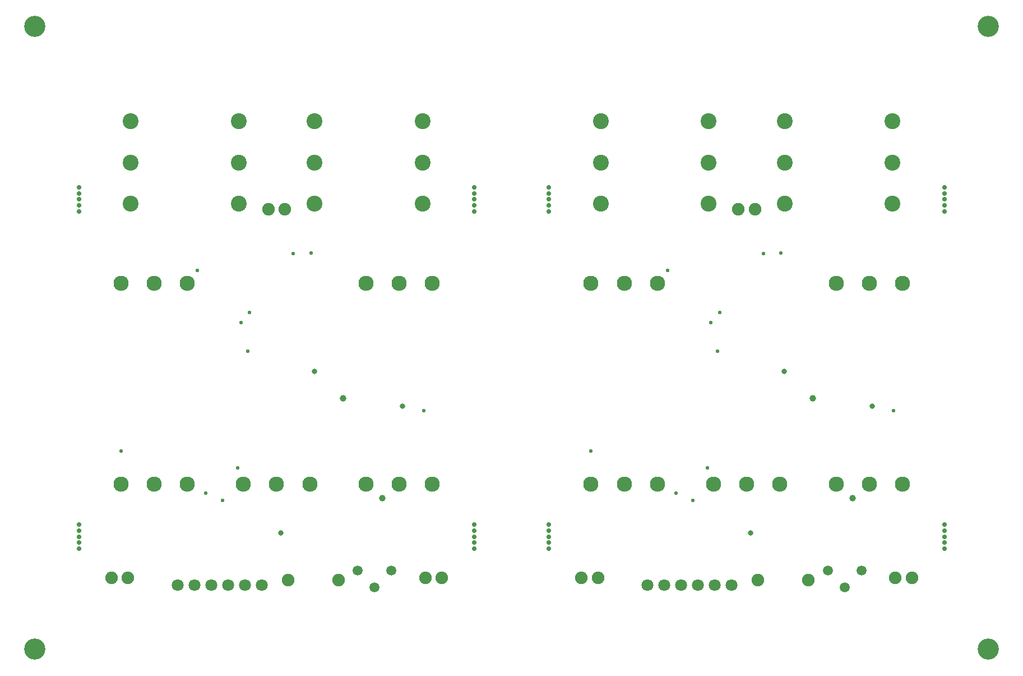
<source format=gbs>
%FSLAX46Y46*%
%MOMM*%
%AMPS14*
1,1,2.300000,0.000000,0.000000*
%
%ADD14PS14*%
%AMPS16*
1,1,1.800000,0.000000,0.000000*
%
%ADD16PS16*%
%AMPS18*
1,1,1.500000,0.000000,0.000000*
%
%ADD18PS18*%
%AMPS12*
1,1,2.400000,0.000000,0.000000*
%
%ADD12PS12*%
%AMPS17*
1,1,1.900000,0.000000,0.000000*
%
%ADD17PS17*%
%AMPS15*
1,1,1.900000,0.000000,0.000000*
%
%ADD15PS15*%
%AMPS13*
1,1,1.900000,0.000000,0.000000*
%
%ADD13PS13*%
%AMPS21*
1,1,1.000000,0.000000,0.000000*
%
%ADD21PS21*%
%AMPS20*
1,1,0.800000,0.000000,0.000000*
%
%ADD20PS20*%
%AMPS19*
1,1,0.550000,0.000000,0.000000*
%
%ADD19PS19*%
%AMPS11*
1,1,3.200000,0.000000,0.000000*
%
%ADD11PS11*%
%AMPS10*
1,1,0.700000,0.000000,0.000000*
%
%ADD10PS10*%
G01*
G01*
%LPD*%
G75*
D10*
X9630000Y72700000D03*
D10*
X9630000Y20000000D03*
D10*
X69370000Y70000000D03*
D10*
X140370000Y71800000D03*
D10*
X140370000Y18200000D03*
D10*
X69370000Y20000000D03*
D11*
X147000000Y3000000D03*
D10*
X9630000Y70900000D03*
D10*
X69370000Y18200000D03*
D10*
X80630000Y72700000D03*
D11*
X3000000Y97000000D03*
D10*
X9630000Y71800000D03*
D10*
X80630000Y71800000D03*
D10*
X9630000Y69100000D03*
D10*
X9630000Y70000000D03*
D10*
X69370000Y21800000D03*
D11*
X3000000Y3000000D03*
D10*
X9630000Y20900000D03*
D10*
X140370000Y72700000D03*
D10*
X69370000Y19100000D03*
D10*
X140370000Y69100000D03*
D10*
X9630000Y18200000D03*
D10*
X80630000Y70000000D03*
D10*
X80630000Y69100000D03*
D10*
X80630000Y18200000D03*
D10*
X140370000Y70000000D03*
D10*
X69370000Y71800000D03*
D10*
X140370000Y70900000D03*
D10*
X69370000Y69100000D03*
D10*
X9630000Y19100000D03*
D10*
X80630000Y21800000D03*
D10*
X140370000Y20900000D03*
D10*
X140370000Y21800000D03*
D10*
X80630000Y20000000D03*
D10*
X69370000Y20900000D03*
D11*
X147000000Y97000000D03*
D10*
X80630000Y70900000D03*
D10*
X9630000Y21800000D03*
D10*
X69370000Y72700000D03*
D10*
X140370000Y19100000D03*
D10*
X140370000Y20000000D03*
D10*
X80630000Y20900000D03*
D10*
X69370000Y70900000D03*
D10*
X80630000Y19100000D03*
D12*
X104750000Y70250000D03*
D12*
X104750000Y82700000D03*
D12*
X88450000Y82700000D03*
D12*
X104750000Y76450000D03*
D12*
X88450000Y76450000D03*
D12*
X88450000Y70250000D03*
D13*
X112200000Y13430000D03*
D13*
X119820000Y13430000D03*
D14*
X105500000Y27900000D03*
D14*
X115500000Y27900000D03*
D14*
X110500000Y27900000D03*
D14*
X124000000Y58200000D03*
D14*
X134000000Y58200000D03*
D14*
X129000000Y58200000D03*
D15*
X111750000Y69400000D03*
D15*
X109250000Y69400000D03*
D16*
X108250000Y12700000D03*
D16*
X98090000Y12700000D03*
D16*
X95550000Y12700000D03*
D16*
X100630000Y12700000D03*
D16*
X103170000Y12700000D03*
D16*
X105710000Y12700000D03*
D17*
X132950000Y13780000D03*
D17*
X135450000Y13780000D03*
D18*
X127840000Y14900000D03*
D18*
X125300000Y12360000D03*
D18*
X122760000Y14900000D03*
D14*
X87000000Y58200000D03*
D14*
X97000000Y58200000D03*
D14*
X92000000Y58200000D03*
D12*
X132550000Y70250000D03*
D12*
X132550000Y82700000D03*
D12*
X116250000Y82700000D03*
D12*
X132550000Y76450000D03*
D12*
X116250000Y76450000D03*
D12*
X116250000Y70250000D03*
D17*
X85550000Y13780000D03*
D17*
X88050000Y13780000D03*
D14*
X124000000Y27900000D03*
D14*
X134000000Y27900000D03*
D14*
X129000000Y27900000D03*
D14*
X87000000Y27900000D03*
D14*
X97000000Y27900000D03*
D14*
X92000000Y27900000D03*
D19*
X106100000Y48000000D03*
D19*
X115700000Y62800000D03*
D19*
X132700000Y39000000D03*
D20*
X116190000Y44910000D03*
D21*
X120500000Y40900000D03*
D20*
X129500000Y39700000D03*
D19*
X87000000Y32900000D03*
D20*
X111100000Y20600000D03*
D19*
X98530000Y60170000D03*
D19*
X113000000Y62700000D03*
D19*
X102370000Y25500000D03*
D19*
X106400000Y53800000D03*
D19*
X105110000Y52290000D03*
D19*
X99800000Y26600000D03*
D19*
X104600000Y30400000D03*
D21*
X126500000Y25800000D03*
D12*
X33750000Y70250000D03*
D12*
X33750000Y82700000D03*
D12*
X17450000Y82700000D03*
D12*
X33750000Y76450000D03*
D12*
X17450000Y76450000D03*
D12*
X17450000Y70250000D03*
D13*
X41200000Y13430000D03*
D13*
X48820000Y13430000D03*
D14*
X34500000Y27900000D03*
D14*
X44500000Y27900000D03*
D14*
X39500000Y27900000D03*
D14*
X53000000Y58200000D03*
D14*
X63000000Y58200000D03*
D14*
X58000000Y58200000D03*
D15*
X40750000Y69400000D03*
D15*
X38250000Y69400000D03*
D16*
X37250000Y12700000D03*
D16*
X27090000Y12700000D03*
D16*
X24550000Y12700000D03*
D16*
X29630000Y12700000D03*
D16*
X32170000Y12700000D03*
D16*
X34710000Y12700000D03*
D17*
X61950000Y13780000D03*
D17*
X64450000Y13780000D03*
D18*
X56840000Y14900000D03*
D18*
X54300000Y12360000D03*
D18*
X51760000Y14900000D03*
D14*
X16000000Y58200000D03*
D14*
X26000000Y58200000D03*
D14*
X21000000Y58200000D03*
D12*
X61550000Y70250000D03*
D12*
X61550000Y82700000D03*
D12*
X45250000Y82700000D03*
D12*
X61550000Y76450000D03*
D12*
X45250000Y76450000D03*
D12*
X45250000Y70250000D03*
D17*
X14550000Y13780000D03*
D17*
X17050000Y13780000D03*
D14*
X53000000Y27900000D03*
D14*
X63000000Y27900000D03*
D14*
X58000000Y27900000D03*
D14*
X16000000Y27900000D03*
D14*
X26000000Y27900000D03*
D14*
X21000000Y27900000D03*
D19*
X35100000Y48000000D03*
D19*
X44700000Y62800000D03*
D19*
X61700000Y39000000D03*
D20*
X45190000Y44910000D03*
D21*
X49500000Y40900000D03*
D20*
X58500000Y39700000D03*
D19*
X16000000Y32900000D03*
D20*
X40100000Y20600000D03*
D19*
X27530000Y60170000D03*
D19*
X42000000Y62700000D03*
D19*
X31370000Y25500000D03*
D19*
X35400000Y53800000D03*
D19*
X34110000Y52290000D03*
D19*
X28800000Y26600000D03*
D19*
X33600000Y30400000D03*
D21*
X55500000Y25800000D03*
M02*

</source>
